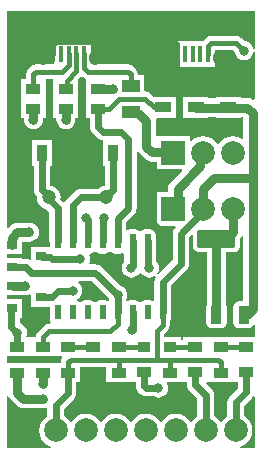
<source format=gbr>
%TF.GenerationSoftware,Altium Limited,Altium Designer,20.2.6 (244)*%
G04 Layer_Physical_Order=1*
G04 Layer_Color=255*
%FSLAX26Y26*%
%MOIN*%
%TF.SameCoordinates,2EAD6035-BE33-4F7B-B0E7-EE8266E33042*%
%TF.FilePolarity,Positive*%
%TF.FileFunction,Copper,L1,Top,Signal*%
%TF.Part,Single*%
G01*
G75*
%TA.AperFunction,SMDPad,CuDef*%
%ADD10R,0.043307X0.031752*%
%ADD11R,0.051505X0.031752*%
%ADD12R,0.053150X0.037402*%
%ADD13R,0.059055X0.039370*%
%ADD14R,0.047244X0.033465*%
%ADD15R,0.035433X0.031496*%
G04:AMPARAMS|DCode=16|XSize=124.016mil|YSize=57.087mil|CornerRadius=1.998mil|HoleSize=0mil|Usage=FLASHONLY|Rotation=180.000|XOffset=0mil|YOffset=0mil|HoleType=Round|Shape=RoundedRectangle|*
%AMROUNDEDRECTD16*
21,1,0.124016,0.053091,0,0,180.0*
21,1,0.120020,0.057087,0,0,180.0*
1,1,0.003996,-0.060010,0.026545*
1,1,0.003996,0.060010,0.026545*
1,1,0.003996,0.060010,-0.026545*
1,1,0.003996,-0.060010,-0.026545*
%
%ADD16ROUNDEDRECTD16*%
G04:AMPARAMS|DCode=17|XSize=35.433mil|YSize=57.087mil|CornerRadius=1.949mil|HoleSize=0mil|Usage=FLASHONLY|Rotation=180.000|XOffset=0mil|YOffset=0mil|HoleType=Round|Shape=RoundedRectangle|*
%AMROUNDEDRECTD17*
21,1,0.035433,0.053189,0,0,180.0*
21,1,0.031535,0.057087,0,0,180.0*
1,1,0.003898,-0.015768,0.026594*
1,1,0.003898,0.015768,0.026594*
1,1,0.003898,0.015768,-0.026594*
1,1,0.003898,-0.015768,-0.026594*
%
%ADD17ROUNDEDRECTD17*%
G04:AMPARAMS|DCode=18|XSize=21.654mil|YSize=49.213mil|CornerRadius=1.949mil|HoleSize=0mil|Usage=FLASHONLY|Rotation=0.000|XOffset=0mil|YOffset=0mil|HoleType=Round|Shape=RoundedRectangle|*
%AMROUNDEDRECTD18*
21,1,0.021654,0.045315,0,0,0.0*
21,1,0.017756,0.049213,0,0,0.0*
1,1,0.003898,0.008878,-0.022657*
1,1,0.003898,-0.008878,-0.022657*
1,1,0.003898,-0.008878,0.022657*
1,1,0.003898,0.008878,0.022657*
%
%ADD18ROUNDEDRECTD18*%
%ADD19R,0.043307X0.033465*%
%TA.AperFunction,ConnectorPad*%
%ADD20R,0.015748X0.053150*%
%ADD21R,0.070866X0.074803*%
%TA.AperFunction,SMDPad,CuDef*%
%ADD22R,0.037402X0.053150*%
%TA.AperFunction,Conductor*%
%ADD23C,0.031496*%
%ADD24C,0.015748*%
%ADD25C,0.023622*%
%ADD26R,0.062008X0.074803*%
%ADD27R,0.062008X0.074803*%
%TA.AperFunction,ComponentPad*%
%ADD28C,0.078740*%
%ADD29R,0.078740X0.078740*%
%ADD30C,0.047244*%
%ADD31O,0.041339X0.049213*%
%ADD32O,0.047244X0.074803*%
%TA.AperFunction,ViaPad*%
%ADD33C,0.031496*%
G36*
X27488Y189116D02*
X32537Y182537D01*
X52537Y162537D01*
X59116Y157488D01*
X66778Y154315D01*
X75000Y153232D01*
X140000D01*
X148222Y154315D01*
X151117Y155514D01*
X155274Y152736D01*
Y126886D01*
X143760Y118051D01*
X134925Y106537D01*
X129371Y93129D01*
X127477Y78740D01*
X129371Y64352D01*
X134925Y50943D01*
X143760Y39429D01*
X155274Y30595D01*
X168682Y25041D01*
X168127Y20071D01*
X20071D01*
Y193958D01*
X25071Y194953D01*
X27488Y189116D01*
D02*
G37*
G36*
X205290Y321683D02*
X200819Y314992D01*
X198986Y305775D01*
Y303238D01*
X181571D01*
Y303238D01*
X181500D01*
Y303238D01*
X141092D01*
X140000Y303382D01*
X138908Y303238D01*
X98500D01*
Y303238D01*
X96500D01*
Y303238D01*
X56092D01*
X55000Y303382D01*
X53908Y303238D01*
X20071D01*
Y326683D01*
X96500D01*
Y326683D01*
X98500D01*
Y326683D01*
X181500D01*
Y326683D01*
X181571D01*
Y326683D01*
X203529D01*
X205290Y321683D01*
D02*
G37*
G36*
X351571Y239990D02*
X434178D01*
X434571Y239990D01*
X434571Y239990D01*
X438701Y241142D01*
X438701Y241142D01*
X450274D01*
Y226929D01*
X451221Y219735D01*
X453998Y213031D01*
X458416Y207274D01*
X465345Y200345D01*
X471102Y195927D01*
X477806Y193150D01*
X485000Y192203D01*
X509804D01*
X516778Y189315D01*
X525000Y188232D01*
X533222Y189315D01*
X540884Y192488D01*
X547463Y197537D01*
X552512Y204116D01*
X555685Y211778D01*
X556768Y220000D01*
X555685Y228222D01*
X552882Y234990D01*
X554938Y239990D01*
X604178D01*
X604571Y239990D01*
X604571Y239990D01*
X608701Y241142D01*
X608701Y241142D01*
X620274D01*
Y231929D01*
X621221Y224735D01*
X623998Y218031D01*
X628416Y212274D01*
X655274Y185415D01*
Y126886D01*
X643760Y118051D01*
X636031Y107978D01*
X634680Y107574D01*
X631462D01*
X630110Y107978D01*
X622382Y118051D01*
X610868Y126886D01*
X597460Y132440D01*
X583071Y134334D01*
X568682Y132440D01*
X555274Y126886D01*
X543760Y118051D01*
X536031Y107978D01*
X534680Y107574D01*
X531462D01*
X530110Y107978D01*
X522382Y118051D01*
X510868Y126886D01*
X497460Y132440D01*
X483071Y134334D01*
X468682Y132440D01*
X455274Y126886D01*
X443760Y118051D01*
X436031Y107978D01*
X434680Y107574D01*
X431462D01*
X430110Y107978D01*
X422382Y118051D01*
X410868Y126886D01*
X397460Y132440D01*
X383071Y134334D01*
X368682Y132440D01*
X355274Y126886D01*
X343760Y118051D01*
X336031Y107978D01*
X334680Y107574D01*
X331462D01*
X330110Y107978D01*
X322382Y118051D01*
X310868Y126886D01*
X297460Y132440D01*
X283071Y134334D01*
X268682Y132440D01*
X255274Y126886D01*
X243760Y118051D01*
X236031Y107978D01*
X234680Y107574D01*
X231462D01*
X230110Y107978D01*
X222382Y118051D01*
X210868Y126886D01*
Y151557D01*
X242726Y183416D01*
X247144Y189173D01*
X249921Y195877D01*
X250868Y203071D01*
Y239990D01*
X264571D01*
Y290915D01*
X351571D01*
Y239990D01*
D02*
G37*
G36*
X790274Y219585D02*
X763416Y192726D01*
X758998Y186969D01*
X756221Y180265D01*
X755274Y173071D01*
Y126886D01*
X743760Y118051D01*
X736031Y107978D01*
X734680Y107574D01*
X731462D01*
X730110Y107978D01*
X722382Y118051D01*
X710868Y126886D01*
Y196929D01*
X709920Y204123D01*
X707144Y210827D01*
X702726Y216584D01*
X685254Y234056D01*
X686059Y240167D01*
X687441Y241142D01*
X691571Y239990D01*
Y239990D01*
X691964Y239990D01*
X774178D01*
X774571Y239990D01*
X774571Y239990D01*
X778701Y241142D01*
X778701Y241142D01*
X790274D01*
Y219585D01*
D02*
G37*
G36*
X846071Y191077D02*
Y20071D01*
X798014D01*
X797460Y25041D01*
X810868Y30595D01*
X822382Y39429D01*
X831216Y50943D01*
X836770Y64352D01*
X838665Y78740D01*
X836770Y93129D01*
X831216Y106537D01*
X822382Y118051D01*
X810868Y126886D01*
Y161557D01*
X837726Y188416D01*
X841071Y192775D01*
X846071Y191077D01*
D02*
G37*
G36*
Y1350620D02*
X841071Y1350293D01*
X840685Y1353222D01*
X837512Y1360884D01*
X832463Y1367463D01*
X825884Y1372512D01*
X818222Y1375685D01*
X812641Y1376420D01*
X802030Y1387031D01*
X794217Y1392252D01*
X785000Y1394085D01*
X700170D01*
X690953Y1392252D01*
X683139Y1387031D01*
X673914Y1377805D01*
X672697Y1375984D01*
X590551D01*
Y1291339D01*
X714567D01*
Y1331335D01*
X715030Y1333661D01*
Y1345915D01*
X775024D01*
X778580Y1342359D01*
X779315Y1336778D01*
X782488Y1329116D01*
X787537Y1322537D01*
X794116Y1317488D01*
X801778Y1314315D01*
X810000Y1313232D01*
X818222Y1314315D01*
X825884Y1317488D01*
X832463Y1322537D01*
X837512Y1329116D01*
X840685Y1336778D01*
X841071Y1339707D01*
X846071Y1339380D01*
Y1182187D01*
X841071Y1179721D01*
X837434Y1182512D01*
X829772Y1185685D01*
X821550Y1186768D01*
X800197D01*
Y1189961D01*
X715551D01*
Y1186768D01*
X691929D01*
Y1189961D01*
X607284D01*
Y1121063D01*
X691929D01*
Y1123232D01*
X715551D01*
Y1121063D01*
X800197D01*
Y1123232D01*
X808232D01*
Y1052779D01*
X803748Y1050567D01*
X801773Y1052083D01*
X788365Y1057636D01*
X773976Y1059531D01*
X759588Y1057636D01*
X746180Y1052083D01*
X734666Y1043248D01*
X726937Y1033175D01*
X725586Y1032771D01*
X722367D01*
X721016Y1033175D01*
X713287Y1043248D01*
X701773Y1052083D01*
X688365Y1057636D01*
X673976Y1059531D01*
X659588Y1057636D01*
X646180Y1052083D01*
X634666Y1043248D01*
X633829Y1042158D01*
X629095Y1043765D01*
Y1059055D01*
X518858D01*
X516768Y1063189D01*
Y1109345D01*
X515883Y1116063D01*
X519001Y1121063D01*
X583661D01*
Y1189961D01*
X509100D01*
X497031Y1202031D01*
X489217Y1207252D01*
X480000Y1209085D01*
X478346D01*
Y1263780D01*
X457156D01*
Y1265775D01*
X455322Y1274992D01*
X450101Y1282805D01*
X440876Y1292031D01*
X433063Y1297252D01*
X423846Y1299085D01*
X301644D01*
Y1333661D01*
X301181Y1335988D01*
Y1375984D01*
X177165D01*
Y1299085D01*
X117493D01*
X108276Y1297252D01*
X100462Y1292031D01*
X91237Y1282805D01*
X86016Y1274992D01*
X84183Y1265775D01*
Y1250162D01*
X66767D01*
Y1188165D01*
X66767Y1186914D01*
Y1183165D01*
X66767Y1181914D01*
Y1119917D01*
X76500D01*
Y1114927D01*
X77582Y1106705D01*
X80756Y1099043D01*
X85805Y1092464D01*
X92384Y1087415D01*
X100046Y1084242D01*
X108268Y1083159D01*
X116490Y1084242D01*
X124152Y1087415D01*
X130731Y1092464D01*
X135779Y1099043D01*
X138953Y1106705D01*
X140036Y1114927D01*
Y1119917D01*
X149768D01*
Y1181914D01*
X149768Y1183165D01*
Y1186914D01*
X149768Y1188165D01*
Y1250162D01*
X154456Y1250915D01*
X170347D01*
X175035Y1250162D01*
Y1188165D01*
X175035Y1186914D01*
Y1183165D01*
X175035Y1181914D01*
Y1119917D01*
X184768D01*
Y1114927D01*
X185850Y1106705D01*
X189024Y1099043D01*
X194072Y1092464D01*
X200651Y1087415D01*
X208313Y1084242D01*
X216535Y1083159D01*
X224757Y1084242D01*
X232419Y1087415D01*
X238999Y1092464D01*
X244047Y1099043D01*
X247221Y1106705D01*
X248303Y1114927D01*
Y1119917D01*
X258036D01*
Y1181914D01*
X258036Y1183165D01*
Y1186914D01*
X258036Y1188165D01*
Y1248975D01*
X266466Y1257405D01*
X272972Y1257969D01*
X279680Y1253487D01*
X283303Y1250162D01*
Y1188165D01*
X283303Y1186914D01*
X283303D01*
Y1183165D01*
X283303D01*
Y1119917D01*
X297006D01*
Y1090197D01*
X297954Y1083003D01*
X300730Y1076299D01*
X305148Y1070542D01*
X320345Y1055345D01*
X326102Y1050927D01*
X332806Y1048150D01*
X334621Y1047911D01*
X338937Y1046260D01*
Y961614D01*
X345589D01*
Y895252D01*
X341061Y894656D01*
X331484Y890689D01*
X323260Y884378D01*
X323043Y884096D01*
X266299D01*
X259105Y883149D01*
X252401Y880372D01*
X246644Y875954D01*
X219597Y848907D01*
X215179Y843150D01*
X214122Y840598D01*
X210773Y839688D01*
X208353Y839735D01*
X198092Y849996D01*
X198922Y856299D01*
X197569Y866577D01*
X193602Y876154D01*
X187292Y884378D01*
X179067Y890689D01*
X169490Y894656D01*
X164962Y895252D01*
Y961614D01*
X171614D01*
Y1046260D01*
X102716D01*
Y961614D01*
X109368D01*
Y881948D01*
X110316Y874753D01*
X113093Y868049D01*
X117510Y862292D01*
X119968Y859834D01*
X119503Y856299D01*
X120856Y846021D01*
X124823Y836444D01*
X131133Y828220D01*
X139358Y821909D01*
X148935Y817942D01*
X151917Y817550D01*
X161455Y808012D01*
Y708661D01*
X162331Y702012D01*
Y690945D01*
X100748D01*
Y648756D01*
X95748Y646577D01*
X90147Y648897D01*
X82953Y649844D01*
X69252D01*
Y653543D01*
X20071D01*
Y665354D01*
X33723D01*
X35787Y665083D01*
X37852Y665354D01*
X69252D01*
Y708232D01*
X95000D01*
X103222Y709315D01*
X110884Y712488D01*
X117463Y717537D01*
X122512Y724116D01*
X125685Y731778D01*
X126768Y740000D01*
X125685Y748222D01*
X122512Y755884D01*
X117463Y762463D01*
X110884Y767512D01*
X103222Y770685D01*
X95000Y771768D01*
X55000D01*
X46778Y770685D01*
X39116Y767512D01*
X32537Y762463D01*
X24690Y754616D01*
X20071Y756530D01*
Y1475992D01*
X846071D01*
Y1350620D01*
D02*
G37*
G36*
X367615Y673245D02*
X373469Y669334D01*
X380374Y667960D01*
X398130D01*
X405035Y669334D01*
X406455Y670283D01*
X411455Y667610D01*
Y641132D01*
X407488Y635963D01*
X404315Y628301D01*
X403232Y620079D01*
X404315Y611857D01*
X407488Y604195D01*
X412537Y597615D01*
X419116Y592567D01*
X426778Y589393D01*
X435000Y588311D01*
X443222Y589393D01*
X450884Y592567D01*
X457463Y597615D01*
X462229Y603826D01*
X465000Y604178D01*
X467771Y603826D01*
X472537Y597615D01*
X479116Y592567D01*
X486778Y589393D01*
X495000Y588311D01*
X503222Y589393D01*
X510884Y592567D01*
X514245Y595146D01*
X517811Y591580D01*
X515179Y588150D01*
X512402Y581446D01*
X511455Y574252D01*
Y513492D01*
X506455Y510819D01*
X505035Y511768D01*
X498130Y513142D01*
X480374D01*
X473469Y511768D01*
X467615Y507857D01*
X466752Y506565D01*
X461752D01*
X460889Y507857D01*
X455035Y511768D01*
X448130Y513142D01*
X430374D01*
X423469Y511768D01*
X422423Y511069D01*
X421596Y511511D01*
X417512Y514116D01*
X420685Y521778D01*
X421768Y530000D01*
X420685Y538222D01*
X417512Y545884D01*
X412463Y552463D01*
X405884Y557512D01*
X398910Y560400D01*
X334655Y624655D01*
X328898Y629073D01*
X322194Y631850D01*
X315000Y632797D01*
X297377D01*
X294036Y637797D01*
X295685Y641778D01*
X296768Y650000D01*
X295685Y658222D01*
X293723Y662960D01*
X296968Y667960D01*
X298130D01*
X305035Y669334D01*
X310889Y673245D01*
X311752Y674537D01*
X316752D01*
X317615Y673245D01*
X323469Y669334D01*
X330374Y667960D01*
X348130D01*
X355035Y669334D01*
X360889Y673245D01*
X361752Y674537D01*
X366752D01*
X367615Y673245D01*
D02*
G37*
G36*
X457797Y1008714D02*
X462537Y1002537D01*
X480987Y984087D01*
X487566Y979038D01*
X495228Y975865D01*
X503450Y974782D01*
X518858D01*
Y948819D01*
X602360D01*
X604273Y944199D01*
X566770Y906697D01*
X561722Y900117D01*
X558548Y892456D01*
X557466Y884233D01*
Y872047D01*
X518858D01*
Y761811D01*
X580967D01*
X582881Y757192D01*
X580345Y754655D01*
X575927Y748898D01*
X573150Y742194D01*
X572203Y735000D01*
Y646514D01*
X525285Y599596D01*
X521518Y602899D01*
X522512Y604195D01*
X525685Y611857D01*
X526768Y620079D01*
X525685Y628301D01*
X522512Y635963D01*
X517463Y642542D01*
X517049Y642860D01*
Y708661D01*
X516173Y715310D01*
Y731319D01*
X514800Y738224D01*
X510889Y744078D01*
X505035Y747989D01*
X498130Y749362D01*
X480374D01*
X473469Y747989D01*
X467615Y744078D01*
X466752Y742785D01*
X461752D01*
X460889Y744078D01*
X455035Y747989D01*
X448130Y749362D01*
X430374D01*
X423469Y747989D01*
X422049Y747040D01*
X417049Y749712D01*
Y772738D01*
X444655Y800345D01*
X449073Y806102D01*
X451850Y812806D01*
X452797Y820000D01*
Y1005423D01*
X457240Y1008721D01*
X457797Y1008714D01*
D02*
G37*
G36*
X100748Y531395D02*
Y491929D01*
X162331D01*
Y449783D01*
X163704Y442878D01*
X166239Y439085D01*
X163701Y434085D01*
X160000D01*
X150783Y432252D01*
X142970Y427031D01*
X122969Y407031D01*
X117749Y399217D01*
X115915Y390000D01*
Y389931D01*
X98500D01*
Y389931D01*
X96500D01*
Y389931D01*
X87349D01*
X84571Y394089D01*
X85685Y396778D01*
X86768Y405000D01*
X85685Y413223D01*
X82512Y420884D01*
X77463Y427464D01*
X70884Y432512D01*
X63910Y435401D01*
X62797Y436514D01*
Y454528D01*
X69252D01*
Y517520D01*
X20071D01*
Y529331D01*
X37109D01*
X39173Y529059D01*
X80000D01*
X88222Y530141D01*
X95884Y533315D01*
X96264Y533606D01*
X100748Y531395D01*
D02*
G37*
G36*
X359600Y521090D02*
X361829Y515707D01*
Y513242D01*
X356829Y510570D01*
X355035Y511768D01*
X348130Y513142D01*
X330374D01*
X323469Y511768D01*
X317615Y507857D01*
X316752Y506565D01*
X311752D01*
X310889Y507857D01*
X305035Y511768D01*
X298130Y513142D01*
X280374D01*
X273469Y511768D01*
X267615Y507857D01*
X266752Y506565D01*
X261752D01*
X260889Y507857D01*
X255035Y511768D01*
X254594Y516954D01*
X255884Y517488D01*
X262463Y522537D01*
X267512Y529116D01*
X270685Y536778D01*
X271768Y545000D01*
X270685Y553222D01*
X267512Y560884D01*
X262463Y567463D01*
X256286Y572203D01*
X256279Y572760D01*
X259577Y577203D01*
X303486D01*
X359600Y521090D01*
D02*
G37*
G36*
X640479Y729636D02*
Y691959D01*
X641856Y685034D01*
X645779Y679164D01*
X651649Y675242D01*
X658573Y673865D01*
X686815D01*
Y499069D01*
X686145Y498066D01*
X684771Y491161D01*
Y437972D01*
X686145Y431067D01*
X690056Y425214D01*
X695910Y421302D01*
X702815Y419929D01*
X734350D01*
X741255Y421302D01*
X747109Y425214D01*
X751020Y431067D01*
X752394Y437972D01*
Y491161D01*
X751020Y498066D01*
X750351Y499069D01*
Y673865D01*
X778592D01*
X785517Y675242D01*
X791387Y679164D01*
X795309Y685034D01*
X796686Y691959D01*
Y718216D01*
X797538Y719068D01*
X802587Y725648D01*
X803232Y727206D01*
X808232Y726212D01*
Y509205D01*
X793366D01*
X786461Y507831D01*
X780607Y503920D01*
X776696Y498066D01*
X775323Y491161D01*
Y437972D01*
X776696Y431067D01*
X780607Y425214D01*
X786461Y421302D01*
X793366Y419929D01*
X824902D01*
X831807Y421302D01*
X837660Y425214D01*
X841071Y430318D01*
X844266Y430121D01*
X846071Y429487D01*
Y388779D01*
X778701D01*
X778701Y388780D01*
X774571Y389931D01*
X774571Y389931D01*
X774178Y389931D01*
X691964D01*
X691571Y389931D01*
X691571Y389931D01*
X687441Y388780D01*
X687441Y388779D01*
X608701D01*
Y381388D01*
X600472D01*
Y389931D01*
X544085D01*
Y400024D01*
X556283Y412221D01*
X561504Y420035D01*
X563337Y429252D01*
Y440689D01*
X564800Y442878D01*
X566173Y449783D01*
Y465792D01*
X567049Y472441D01*
Y562738D01*
X619655Y615345D01*
X624073Y621102D01*
X626850Y627806D01*
X627797Y635000D01*
Y723486D01*
X635860Y731549D01*
X640479Y729636D01*
D02*
G37*
D10*
X563071Y358307D02*
D03*
D11*
X55000D02*
D03*
Y271614D02*
D03*
X140000Y358307D02*
D03*
Y271614D02*
D03*
X563071D02*
D03*
X733071Y358307D02*
D03*
Y271614D02*
D03*
X223071D02*
D03*
X393071D02*
D03*
X216535Y1151541D02*
D03*
Y1218538D02*
D03*
X108268Y1151541D02*
D03*
Y1218538D02*
D03*
X324803Y1151541D02*
D03*
Y1218538D02*
D03*
X393071Y358307D02*
D03*
X223071D02*
D03*
D12*
X541339Y1155512D02*
D03*
Y1214567D02*
D03*
X757874Y1155512D02*
D03*
Y1214567D02*
D03*
X649606Y1155512D02*
D03*
Y1214567D02*
D03*
D13*
X433071Y1141732D02*
D03*
Y1228347D02*
D03*
D14*
X818071Y356299D02*
D03*
Y273622D02*
D03*
X648071Y356299D02*
D03*
Y273622D02*
D03*
X478071D02*
D03*
X308071Y356299D02*
D03*
Y273622D02*
D03*
D15*
X134213Y523425D02*
D03*
X35787Y486024D02*
D03*
Y560827D02*
D03*
X134213Y659449D02*
D03*
X35787Y622047D02*
D03*
Y696850D02*
D03*
D16*
X718583Y718504D02*
D03*
D17*
X809134Y464567D02*
D03*
X718583D02*
D03*
X628032D02*
D03*
D18*
X189252Y472441D02*
D03*
X239252D02*
D03*
X289252D02*
D03*
X339252D02*
D03*
X389252D02*
D03*
X439252D02*
D03*
X489252D02*
D03*
X539252D02*
D03*
X189252Y708661D02*
D03*
X239252D02*
D03*
X289252D02*
D03*
X339252D02*
D03*
X389252D02*
D03*
X439252D02*
D03*
X489252D02*
D03*
X539252D02*
D03*
D19*
X478071Y356299D02*
D03*
D20*
X614173Y1333661D02*
D03*
X639764D02*
D03*
X588582D02*
D03*
X665354D02*
D03*
X690945D02*
D03*
X200787D02*
D03*
X226378D02*
D03*
X175197D02*
D03*
X251969D02*
D03*
X277559D02*
D03*
D21*
X685039Y1438976D02*
D03*
X594488D02*
D03*
X181102D02*
D03*
X271654D02*
D03*
D22*
X137165Y1003937D02*
D03*
X215905D02*
D03*
X294646D02*
D03*
X373386D02*
D03*
D23*
X664937Y959937D02*
Y994897D01*
X589233Y884233D02*
X664937Y959937D01*
X573976Y816929D02*
X589233Y832186D01*
Y884233D01*
X673976Y816929D02*
Y883976D01*
X710000Y920000D02*
X840000D01*
X673976Y883976D02*
X710000Y920000D01*
X664937Y994897D02*
X673976Y1003937D01*
X35787Y720787D02*
X55000Y740000D01*
X95000D01*
X320000Y230000D02*
Y261693D01*
X308071Y273622D02*
X320000Y261693D01*
X757874Y1155000D02*
X821550D01*
X35787Y696850D02*
Y720787D01*
X39173Y560827D02*
X80000D01*
X75000Y185000D02*
X140000D01*
X55000Y205000D02*
X75000Y185000D01*
X840000Y920000D02*
Y1136550D01*
X649606Y1155512D02*
X650118Y1155000D01*
X821550D02*
X840000Y1136550D01*
X650118Y1155000D02*
X757874D01*
X216535Y1114927D02*
Y1151541D01*
X108268Y1114927D02*
Y1151541D01*
X140000Y235000D02*
Y271614D01*
X55000Y205000D02*
Y271614D01*
X383071Y78740D02*
X389097Y84767D01*
X283071Y78740D02*
X285000Y80669D01*
X324931Y1218410D02*
X374016D01*
X324803Y1218538D02*
X324931Y1218410D01*
X775075Y741532D02*
Y815831D01*
X752047Y718504D02*
X775075Y741532D01*
X773976Y816929D02*
X775075Y815831D01*
X718583Y718504D02*
X752047D01*
X718583Y464567D02*
Y718504D01*
X840000Y483017D02*
Y920000D01*
X809134Y464567D02*
X821550D01*
X840000Y483017D01*
X485000Y1025000D02*
X503450Y1006550D01*
X456550Y1137795D02*
X485000Y1109345D01*
Y1025000D02*
Y1109345D01*
X503450Y1006550D02*
X571363D01*
X437008Y1137795D02*
X456550D01*
X433071Y1141732D02*
X437008Y1137795D01*
X571363Y1006550D02*
X573976Y1003937D01*
D24*
X438504Y414882D02*
X438878Y415256D01*
Y472067D02*
X439252Y472441D01*
X390000Y435000D02*
Y472441D01*
X630000Y466535D02*
Y505000D01*
X628032Y464567D02*
X630000Y466535D01*
X160000Y410000D02*
X365000D01*
X140000Y358307D02*
Y390000D01*
X160000Y410000D01*
X365000D02*
X390000Y435000D01*
X508336Y771987D02*
X540000Y740322D01*
Y709409D02*
Y740322D01*
X539252Y708661D02*
X540000Y709409D01*
X493013Y771987D02*
X508336D01*
X537356Y710558D02*
X539252Y708661D01*
X490000Y775000D02*
X493013Y771987D01*
X324803Y1151541D02*
X361541D01*
X395000Y1185000D02*
X480000D01*
X361541Y1151541D02*
X395000Y1185000D01*
X480000D02*
X509488Y1155512D01*
X541339D01*
Y1214567D02*
X588582D01*
Y1333661D01*
X520000Y315000D02*
Y410000D01*
X539252Y429252D01*
X520000Y315000D02*
X563071D01*
X393071D02*
X520000D01*
X723846D02*
X733071Y305775D01*
X563071Y315000D02*
X723846D01*
X733071Y271614D02*
Y305775D01*
X539252Y429252D02*
Y472441D01*
X255276Y1003937D02*
X294646D01*
X215905D02*
X255276D01*
X307067Y357303D02*
X308071Y356299D01*
X224075Y357303D02*
X307067D01*
X223071Y358307D02*
X224075Y357303D01*
X477067D02*
X478071Y356299D01*
X394075Y357303D02*
X477067D01*
X393071Y358307D02*
X394075Y357303D01*
X647067D02*
X648071Y356299D01*
X564075Y357303D02*
X647067D01*
X563071Y358307D02*
X564075Y357303D01*
X733071Y358307D02*
X734075Y357303D01*
X817067D01*
X818071Y356299D01*
X232296Y315000D02*
X393071D01*
Y271614D02*
Y315000D01*
X563071Y271614D02*
Y315000D01*
X223071Y271614D02*
Y305775D01*
X232296Y315000D01*
X785000Y1370000D02*
X810000Y1345000D01*
X690945Y1333661D02*
Y1360775D01*
X700170Y1370000D01*
X785000D01*
X649606Y1214567D02*
X757874D01*
X588582D02*
X649606D01*
X184422Y1375000D02*
X579357D01*
X588582Y1333661D02*
Y1365775D01*
X579357Y1375000D02*
X588582Y1365775D01*
X175197Y1333661D02*
Y1365775D01*
X184422Y1375000D01*
X277559Y1287444D02*
Y1333661D01*
X290003Y1275000D02*
X423846D01*
X277559Y1287444D02*
X290003Y1275000D01*
X433071Y1228347D02*
Y1265775D01*
X423846Y1275000D02*
X433071Y1265775D01*
X159213Y849565D02*
Y856299D01*
X108268Y1218538D02*
Y1265775D01*
X117493Y1275000D01*
X205000D01*
X226378Y1296378D02*
Y1333661D01*
X205000Y1275000D02*
X226378Y1296378D01*
X216535Y1218538D02*
X220000Y1222002D01*
Y1245000D01*
X251969Y1276968D02*
Y1333661D01*
X220000Y1245000D02*
X251969Y1276968D01*
D25*
X438878Y415256D02*
Y472067D01*
X389626Y472815D02*
Y530374D01*
X485000Y220000D02*
X525000D01*
X478071Y226929D02*
Y273622D01*
Y226929D02*
X485000Y220000D01*
X683071Y78740D02*
Y196929D01*
X648071Y231929D02*
Y273622D01*
Y231929D02*
X683071Y196929D01*
X190000Y545000D02*
X240000D01*
X169484Y524484D02*
X190000Y545000D01*
X135272Y524484D02*
X169484D01*
X134213Y523425D02*
X135272Y524484D01*
X170000Y650000D02*
X265000D01*
X164488Y655512D02*
X170000Y650000D01*
X138150Y655512D02*
X164488D01*
X134213Y659449D02*
X138150Y655512D01*
X82953Y622047D02*
X100000Y605000D01*
X315000D01*
X389626Y530374D01*
X35787Y622047D02*
X82953D01*
X324803Y1090197D02*
Y1151541D01*
X389252Y472441D02*
X389626Y472815D01*
X539252Y472441D02*
Y574252D01*
X600000Y635000D01*
X339252Y708661D02*
Y781019D01*
X343504Y785271D01*
Y787402D01*
X289252Y708661D02*
Y779523D01*
X283504Y785271D02*
X289252Y779523D01*
X283504Y785271D02*
Y787402D01*
X239252Y708661D02*
Y829252D01*
X266299Y856299D02*
X351339D01*
X239252Y829252D02*
X266299Y856299D01*
X35000Y425000D02*
X55000Y405000D01*
Y358307D02*
Y405000D01*
X35000Y425000D02*
Y482087D01*
X35787Y482874D01*
Y486024D01*
X223071Y203071D02*
Y271614D01*
X183071Y163071D02*
X223071Y203071D01*
X183071Y78740D02*
Y163071D01*
X783071Y78740D02*
Y173071D01*
X818071Y208071D01*
Y273622D01*
X489252Y627957D02*
X495000Y622210D01*
X489252Y627957D02*
Y708661D01*
X495000Y620079D02*
Y622210D01*
X435000Y620079D02*
Y622210D01*
X439252Y626462D02*
Y708661D01*
X435000Y622210D02*
X439252Y626462D01*
X600000Y635000D02*
Y735000D01*
X673976Y808976D01*
Y816929D01*
X425000Y820000D02*
Y1050001D01*
X340000Y1075000D02*
X400001D01*
X425000Y1050001D01*
X389252Y784252D02*
X425000Y820000D01*
X137165Y881948D02*
Y1003937D01*
X159213Y856299D02*
Y859900D01*
X137165Y881948D02*
X159213Y859900D01*
X351339Y856299D02*
Y859900D01*
X373386Y881948D01*
Y1003937D01*
X324803Y1090197D02*
X340000Y1075000D01*
X389252Y708661D02*
Y784252D01*
X189252Y708661D02*
Y819525D01*
X159213Y849565D02*
X189252Y819525D01*
D26*
X506398Y1438977D02*
D03*
X93012D02*
D03*
D27*
X773130Y1438976D02*
D03*
X359744D02*
D03*
D28*
X783071Y78740D02*
D03*
X683071D02*
D03*
X483071D02*
D03*
X283071D02*
D03*
X183071D02*
D03*
X383071D02*
D03*
X583071D02*
D03*
X673976Y816929D02*
D03*
X773976D02*
D03*
X673976Y1003937D02*
D03*
X773976D02*
D03*
D29*
X83071Y78740D02*
D03*
X573976Y816929D02*
D03*
Y1003937D02*
D03*
D30*
X159213Y856299D02*
D03*
X351339D02*
D03*
D31*
X727362Y1320866D02*
D03*
X552165D02*
D03*
X313976D02*
D03*
X138780D02*
D03*
D32*
X475394Y1438976D02*
D03*
X804134D02*
D03*
X390748D02*
D03*
X62008D02*
D03*
D33*
X438504Y414882D02*
D03*
X95000Y740000D02*
D03*
X525000Y220000D02*
D03*
X320000Y230000D02*
D03*
X630000Y185000D02*
D03*
Y505000D02*
D03*
X650000Y660000D02*
D03*
X630000Y150000D02*
D03*
X80000Y560827D02*
D03*
X240000Y545000D02*
D03*
X265000Y650000D02*
D03*
X433071Y1375000D02*
D03*
X588582Y1265748D02*
D03*
X55000Y405000D02*
D03*
X140000Y185000D02*
D03*
X490000Y775000D02*
D03*
X390000Y530000D02*
D03*
X255276Y1003937D02*
D03*
X216535Y1114927D02*
D03*
X108268D02*
D03*
X343504Y787402D02*
D03*
X283504D02*
D03*
X140000Y235000D02*
D03*
X495000Y620079D02*
D03*
X435000D02*
D03*
X374016Y1218410D02*
D03*
X810000Y1345000D02*
D03*
%TF.MD5,4096fff911cd81dc2d09009ce532685b*%
M02*

</source>
